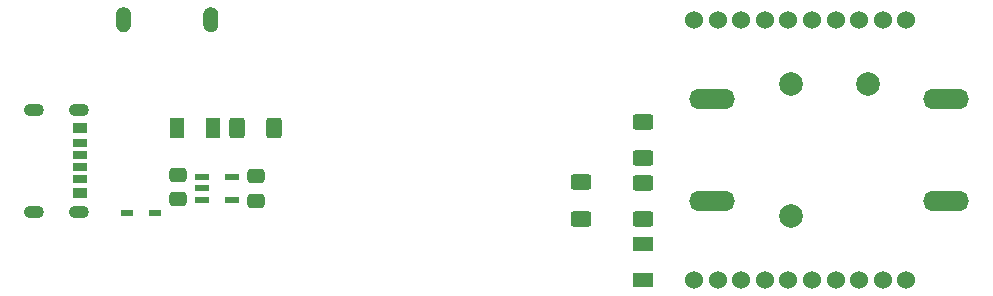
<source format=gbr>
%TF.GenerationSoftware,KiCad,Pcbnew,7.0.8*%
%TF.CreationDate,2024-02-15T14:48:36-07:00*%
%TF.ProjectId,GR-LRR-ESTOP-PCB,47522d4c-5252-42d4-9553-544f502d5043,rev?*%
%TF.SameCoordinates,Original*%
%TF.FileFunction,Soldermask,Top*%
%TF.FilePolarity,Negative*%
%FSLAX46Y46*%
G04 Gerber Fmt 4.6, Leading zero omitted, Abs format (unit mm)*
G04 Created by KiCad (PCBNEW 7.0.8) date 2024-02-15 14:48:36*
%MOMM*%
%LPD*%
G01*
G04 APERTURE LIST*
G04 Aperture macros list*
%AMRoundRect*
0 Rectangle with rounded corners*
0 $1 Rounding radius*
0 $2 $3 $4 $5 $6 $7 $8 $9 X,Y pos of 4 corners*
0 Add a 4 corners polygon primitive as box body*
4,1,4,$2,$3,$4,$5,$6,$7,$8,$9,$2,$3,0*
0 Add four circle primitives for the rounded corners*
1,1,$1+$1,$2,$3*
1,1,$1+$1,$4,$5*
1,1,$1+$1,$6,$7*
1,1,$1+$1,$8,$9*
0 Add four rect primitives between the rounded corners*
20,1,$1+$1,$2,$3,$4,$5,0*
20,1,$1+$1,$4,$5,$6,$7,0*
20,1,$1+$1,$6,$7,$8,$9,0*
20,1,$1+$1,$8,$9,$2,$3,0*%
G04 Aperture macros list end*
%ADD10C,0.010000*%
%ADD11R,1.200000X0.600000*%
%ADD12R,1.075000X0.500000*%
%ADD13RoundRect,0.250000X-0.625000X0.400000X-0.625000X-0.400000X0.625000X-0.400000X0.625000X0.400000X0*%
%ADD14R,1.150000X1.800000*%
%ADD15RoundRect,0.250000X0.625000X-0.400000X0.625000X0.400000X-0.625000X0.400000X-0.625000X-0.400000X0*%
%ADD16O,1.600000X1.000000*%
%ADD17O,1.701800X1.092200*%
%ADD18R,1.193800X0.711200*%
%ADD19R,1.193800X0.762000*%
%ADD20R,1.193800X0.812800*%
%ADD21RoundRect,0.250000X-0.475000X0.337500X-0.475000X-0.337500X0.475000X-0.337500X0.475000X0.337500X0*%
%ADD22R,1.800000X1.150000*%
%ADD23RoundRect,0.250000X-0.400000X-0.625000X0.400000X-0.625000X0.400000X0.625000X-0.400000X0.625000X0*%
%ADD24RoundRect,0.250000X0.475000X-0.337500X0.475000X0.337500X-0.475000X0.337500X-0.475000X-0.337500X0*%
%ADD25O,3.900000X1.700000*%
%ADD26C,2.000000*%
%ADD27C,1.524000*%
G04 APERTURE END LIST*
%TO.C,J2*%
D10*
X60542200Y-57170300D02*
X60574200Y-57172300D01*
X60605200Y-57176300D01*
X60636200Y-57182300D01*
X60666200Y-57189300D01*
X60696200Y-57198300D01*
X60726200Y-57209300D01*
X60755200Y-57221300D01*
X60783200Y-57234300D01*
X60811200Y-57249300D01*
X60838200Y-57266300D01*
X60864200Y-57284300D01*
X60889200Y-57303300D01*
X60912200Y-57323300D01*
X60935200Y-57345300D01*
X60957200Y-57368300D01*
X60977200Y-57391300D01*
X60996200Y-57416300D01*
X61014200Y-57442300D01*
X61031200Y-57469300D01*
X61046200Y-57497300D01*
X61059200Y-57525300D01*
X61071200Y-57554300D01*
X61082200Y-57584300D01*
X61091200Y-57614300D01*
X61098200Y-57644300D01*
X61104200Y-57675300D01*
X61108200Y-57706300D01*
X61110200Y-57738300D01*
X61111200Y-57769300D01*
X61111200Y-58569300D01*
X61110200Y-58600300D01*
X61108200Y-58632300D01*
X61104200Y-58663300D01*
X61098200Y-58694300D01*
X61091200Y-58724300D01*
X61082200Y-58754300D01*
X61071200Y-58784300D01*
X61059200Y-58813300D01*
X61046200Y-58841300D01*
X61031200Y-58869300D01*
X61014200Y-58896300D01*
X60996200Y-58922300D01*
X60977200Y-58947300D01*
X60957200Y-58970300D01*
X60935200Y-58993300D01*
X60912200Y-59015300D01*
X60889200Y-59035300D01*
X60864200Y-59054300D01*
X60838200Y-59072300D01*
X60811200Y-59089300D01*
X60783200Y-59104300D01*
X60755200Y-59117300D01*
X60726200Y-59129300D01*
X60696200Y-59140300D01*
X60666200Y-59149300D01*
X60636200Y-59156300D01*
X60605200Y-59162300D01*
X60574200Y-59166300D01*
X60542200Y-59168300D01*
X60511200Y-59169300D01*
X60480200Y-59168300D01*
X60448200Y-59166300D01*
X60417200Y-59162300D01*
X60386200Y-59156300D01*
X60356200Y-59149300D01*
X60326200Y-59140300D01*
X60296200Y-59129300D01*
X60267200Y-59117300D01*
X60239200Y-59104300D01*
X60211200Y-59089300D01*
X60184200Y-59072300D01*
X60158200Y-59054300D01*
X60133200Y-59035300D01*
X60110200Y-59015300D01*
X60087200Y-58993300D01*
X60065200Y-58970300D01*
X60045200Y-58947300D01*
X60026200Y-58922300D01*
X60008200Y-58896300D01*
X59991200Y-58869300D01*
X59976200Y-58841300D01*
X59963200Y-58813300D01*
X59951200Y-58784300D01*
X59940200Y-58754300D01*
X59931200Y-58724300D01*
X59924200Y-58694300D01*
X59918200Y-58663300D01*
X59914200Y-58632300D01*
X59912200Y-58600300D01*
X59911200Y-58569300D01*
X59911200Y-57769300D01*
X59912200Y-57738300D01*
X59914200Y-57706300D01*
X59918200Y-57675300D01*
X59924200Y-57644300D01*
X59931200Y-57614300D01*
X59940200Y-57584300D01*
X59951200Y-57554300D01*
X59963200Y-57525300D01*
X59976200Y-57497300D01*
X59991200Y-57469300D01*
X60008200Y-57442300D01*
X60026200Y-57416300D01*
X60045200Y-57391300D01*
X60065200Y-57368300D01*
X60087200Y-57345300D01*
X60110200Y-57323300D01*
X60133200Y-57303300D01*
X60158200Y-57284300D01*
X60184200Y-57266300D01*
X60211200Y-57249300D01*
X60239200Y-57234300D01*
X60267200Y-57221300D01*
X60296200Y-57209300D01*
X60326200Y-57198300D01*
X60356200Y-57189300D01*
X60386200Y-57182300D01*
X60417200Y-57176300D01*
X60448200Y-57172300D01*
X60480200Y-57170300D01*
X60511200Y-57169300D01*
X60542200Y-57170300D01*
G36*
X60542200Y-57170300D02*
G01*
X60574200Y-57172300D01*
X60605200Y-57176300D01*
X60636200Y-57182300D01*
X60666200Y-57189300D01*
X60696200Y-57198300D01*
X60726200Y-57209300D01*
X60755200Y-57221300D01*
X60783200Y-57234300D01*
X60811200Y-57249300D01*
X60838200Y-57266300D01*
X60864200Y-57284300D01*
X60889200Y-57303300D01*
X60912200Y-57323300D01*
X60935200Y-57345300D01*
X60957200Y-57368300D01*
X60977200Y-57391300D01*
X60996200Y-57416300D01*
X61014200Y-57442300D01*
X61031200Y-57469300D01*
X61046200Y-57497300D01*
X61059200Y-57525300D01*
X61071200Y-57554300D01*
X61082200Y-57584300D01*
X61091200Y-57614300D01*
X61098200Y-57644300D01*
X61104200Y-57675300D01*
X61108200Y-57706300D01*
X61110200Y-57738300D01*
X61111200Y-57769300D01*
X61111200Y-58569300D01*
X61110200Y-58600300D01*
X61108200Y-58632300D01*
X61104200Y-58663300D01*
X61098200Y-58694300D01*
X61091200Y-58724300D01*
X61082200Y-58754300D01*
X61071200Y-58784300D01*
X61059200Y-58813300D01*
X61046200Y-58841300D01*
X61031200Y-58869300D01*
X61014200Y-58896300D01*
X60996200Y-58922300D01*
X60977200Y-58947300D01*
X60957200Y-58970300D01*
X60935200Y-58993300D01*
X60912200Y-59015300D01*
X60889200Y-59035300D01*
X60864200Y-59054300D01*
X60838200Y-59072300D01*
X60811200Y-59089300D01*
X60783200Y-59104300D01*
X60755200Y-59117300D01*
X60726200Y-59129300D01*
X60696200Y-59140300D01*
X60666200Y-59149300D01*
X60636200Y-59156300D01*
X60605200Y-59162300D01*
X60574200Y-59166300D01*
X60542200Y-59168300D01*
X60511200Y-59169300D01*
X60480200Y-59168300D01*
X60448200Y-59166300D01*
X60417200Y-59162300D01*
X60386200Y-59156300D01*
X60356200Y-59149300D01*
X60326200Y-59140300D01*
X60296200Y-59129300D01*
X60267200Y-59117300D01*
X60239200Y-59104300D01*
X60211200Y-59089300D01*
X60184200Y-59072300D01*
X60158200Y-59054300D01*
X60133200Y-59035300D01*
X60110200Y-59015300D01*
X60087200Y-58993300D01*
X60065200Y-58970300D01*
X60045200Y-58947300D01*
X60026200Y-58922300D01*
X60008200Y-58896300D01*
X59991200Y-58869300D01*
X59976200Y-58841300D01*
X59963200Y-58813300D01*
X59951200Y-58784300D01*
X59940200Y-58754300D01*
X59931200Y-58724300D01*
X59924200Y-58694300D01*
X59918200Y-58663300D01*
X59914200Y-58632300D01*
X59912200Y-58600300D01*
X59911200Y-58569300D01*
X59911200Y-57769300D01*
X59912200Y-57738300D01*
X59914200Y-57706300D01*
X59918200Y-57675300D01*
X59924200Y-57644300D01*
X59931200Y-57614300D01*
X59940200Y-57584300D01*
X59951200Y-57554300D01*
X59963200Y-57525300D01*
X59976200Y-57497300D01*
X59991200Y-57469300D01*
X60008200Y-57442300D01*
X60026200Y-57416300D01*
X60045200Y-57391300D01*
X60065200Y-57368300D01*
X60087200Y-57345300D01*
X60110200Y-57323300D01*
X60133200Y-57303300D01*
X60158200Y-57284300D01*
X60184200Y-57266300D01*
X60211200Y-57249300D01*
X60239200Y-57234300D01*
X60267200Y-57221300D01*
X60296200Y-57209300D01*
X60326200Y-57198300D01*
X60356200Y-57189300D01*
X60386200Y-57182300D01*
X60417200Y-57176300D01*
X60448200Y-57172300D01*
X60480200Y-57170300D01*
X60511200Y-57169300D01*
X60542200Y-57170300D01*
G37*
X67942200Y-57170300D02*
X67974200Y-57172300D01*
X68005200Y-57176300D01*
X68036200Y-57182300D01*
X68066200Y-57189300D01*
X68096200Y-57198300D01*
X68126200Y-57209300D01*
X68155200Y-57221300D01*
X68183200Y-57234300D01*
X68211200Y-57249300D01*
X68238200Y-57266300D01*
X68264200Y-57284300D01*
X68289200Y-57303300D01*
X68312200Y-57323300D01*
X68335200Y-57345300D01*
X68357200Y-57368300D01*
X68377200Y-57391300D01*
X68396200Y-57416300D01*
X68414200Y-57442300D01*
X68431200Y-57469300D01*
X68446200Y-57497300D01*
X68459200Y-57525300D01*
X68471200Y-57554300D01*
X68482200Y-57584300D01*
X68491200Y-57614300D01*
X68498200Y-57644300D01*
X68504200Y-57675300D01*
X68508200Y-57706300D01*
X68510200Y-57738300D01*
X68511200Y-57769300D01*
X68511200Y-58569300D01*
X68510200Y-58600300D01*
X68508200Y-58632300D01*
X68504200Y-58663300D01*
X68498200Y-58694300D01*
X68491200Y-58724300D01*
X68482200Y-58754300D01*
X68471200Y-58784300D01*
X68459200Y-58813300D01*
X68446200Y-58841300D01*
X68431200Y-58869300D01*
X68414200Y-58896300D01*
X68396200Y-58922300D01*
X68377200Y-58947300D01*
X68357200Y-58970300D01*
X68335200Y-58993300D01*
X68312200Y-59015300D01*
X68289200Y-59035300D01*
X68264200Y-59054300D01*
X68238200Y-59072300D01*
X68211200Y-59089300D01*
X68183200Y-59104300D01*
X68155200Y-59117300D01*
X68126200Y-59129300D01*
X68096200Y-59140300D01*
X68066200Y-59149300D01*
X68036200Y-59156300D01*
X68005200Y-59162300D01*
X67974200Y-59166300D01*
X67942200Y-59168300D01*
X67911200Y-59169300D01*
X67880200Y-59168300D01*
X67848200Y-59166300D01*
X67817200Y-59162300D01*
X67786200Y-59156300D01*
X67756200Y-59149300D01*
X67726200Y-59140300D01*
X67696200Y-59129300D01*
X67667200Y-59117300D01*
X67639200Y-59104300D01*
X67611200Y-59089300D01*
X67584200Y-59072300D01*
X67558200Y-59054300D01*
X67533200Y-59035300D01*
X67510200Y-59015300D01*
X67487200Y-58993300D01*
X67465200Y-58970300D01*
X67445200Y-58947300D01*
X67426200Y-58922300D01*
X67408200Y-58896300D01*
X67391200Y-58869300D01*
X67376200Y-58841300D01*
X67363200Y-58813300D01*
X67351200Y-58784300D01*
X67340200Y-58754300D01*
X67331200Y-58724300D01*
X67324200Y-58694300D01*
X67318200Y-58663300D01*
X67314200Y-58632300D01*
X67312200Y-58600300D01*
X67311200Y-58569300D01*
X67311200Y-57769300D01*
X67312200Y-57738300D01*
X67314200Y-57706300D01*
X67318200Y-57675300D01*
X67324200Y-57644300D01*
X67331200Y-57614300D01*
X67340200Y-57584300D01*
X67351200Y-57554300D01*
X67363200Y-57525300D01*
X67376200Y-57497300D01*
X67391200Y-57469300D01*
X67408200Y-57442300D01*
X67426200Y-57416300D01*
X67445200Y-57391300D01*
X67465200Y-57368300D01*
X67487200Y-57345300D01*
X67510200Y-57323300D01*
X67533200Y-57303300D01*
X67558200Y-57284300D01*
X67584200Y-57266300D01*
X67611200Y-57249300D01*
X67639200Y-57234300D01*
X67667200Y-57221300D01*
X67696200Y-57209300D01*
X67726200Y-57198300D01*
X67756200Y-57189300D01*
X67786200Y-57182300D01*
X67817200Y-57176300D01*
X67848200Y-57172300D01*
X67880200Y-57170300D01*
X67911200Y-57169300D01*
X67942200Y-57170300D01*
G36*
X67942200Y-57170300D02*
G01*
X67974200Y-57172300D01*
X68005200Y-57176300D01*
X68036200Y-57182300D01*
X68066200Y-57189300D01*
X68096200Y-57198300D01*
X68126200Y-57209300D01*
X68155200Y-57221300D01*
X68183200Y-57234300D01*
X68211200Y-57249300D01*
X68238200Y-57266300D01*
X68264200Y-57284300D01*
X68289200Y-57303300D01*
X68312200Y-57323300D01*
X68335200Y-57345300D01*
X68357200Y-57368300D01*
X68377200Y-57391300D01*
X68396200Y-57416300D01*
X68414200Y-57442300D01*
X68431200Y-57469300D01*
X68446200Y-57497300D01*
X68459200Y-57525300D01*
X68471200Y-57554300D01*
X68482200Y-57584300D01*
X68491200Y-57614300D01*
X68498200Y-57644300D01*
X68504200Y-57675300D01*
X68508200Y-57706300D01*
X68510200Y-57738300D01*
X68511200Y-57769300D01*
X68511200Y-58569300D01*
X68510200Y-58600300D01*
X68508200Y-58632300D01*
X68504200Y-58663300D01*
X68498200Y-58694300D01*
X68491200Y-58724300D01*
X68482200Y-58754300D01*
X68471200Y-58784300D01*
X68459200Y-58813300D01*
X68446200Y-58841300D01*
X68431200Y-58869300D01*
X68414200Y-58896300D01*
X68396200Y-58922300D01*
X68377200Y-58947300D01*
X68357200Y-58970300D01*
X68335200Y-58993300D01*
X68312200Y-59015300D01*
X68289200Y-59035300D01*
X68264200Y-59054300D01*
X68238200Y-59072300D01*
X68211200Y-59089300D01*
X68183200Y-59104300D01*
X68155200Y-59117300D01*
X68126200Y-59129300D01*
X68096200Y-59140300D01*
X68066200Y-59149300D01*
X68036200Y-59156300D01*
X68005200Y-59162300D01*
X67974200Y-59166300D01*
X67942200Y-59168300D01*
X67911200Y-59169300D01*
X67880200Y-59168300D01*
X67848200Y-59166300D01*
X67817200Y-59162300D01*
X67786200Y-59156300D01*
X67756200Y-59149300D01*
X67726200Y-59140300D01*
X67696200Y-59129300D01*
X67667200Y-59117300D01*
X67639200Y-59104300D01*
X67611200Y-59089300D01*
X67584200Y-59072300D01*
X67558200Y-59054300D01*
X67533200Y-59035300D01*
X67510200Y-59015300D01*
X67487200Y-58993300D01*
X67465200Y-58970300D01*
X67445200Y-58947300D01*
X67426200Y-58922300D01*
X67408200Y-58896300D01*
X67391200Y-58869300D01*
X67376200Y-58841300D01*
X67363200Y-58813300D01*
X67351200Y-58784300D01*
X67340200Y-58754300D01*
X67331200Y-58724300D01*
X67324200Y-58694300D01*
X67318200Y-58663300D01*
X67314200Y-58632300D01*
X67312200Y-58600300D01*
X67311200Y-58569300D01*
X67311200Y-57769300D01*
X67312200Y-57738300D01*
X67314200Y-57706300D01*
X67318200Y-57675300D01*
X67324200Y-57644300D01*
X67331200Y-57614300D01*
X67340200Y-57584300D01*
X67351200Y-57554300D01*
X67363200Y-57525300D01*
X67376200Y-57497300D01*
X67391200Y-57469300D01*
X67408200Y-57442300D01*
X67426200Y-57416300D01*
X67445200Y-57391300D01*
X67465200Y-57368300D01*
X67487200Y-57345300D01*
X67510200Y-57323300D01*
X67533200Y-57303300D01*
X67558200Y-57284300D01*
X67584200Y-57266300D01*
X67611200Y-57249300D01*
X67639200Y-57234300D01*
X67667200Y-57221300D01*
X67696200Y-57209300D01*
X67726200Y-57198300D01*
X67756200Y-57189300D01*
X67786200Y-57182300D01*
X67817200Y-57176300D01*
X67848200Y-57172300D01*
X67880200Y-57170300D01*
X67911200Y-57169300D01*
X67942200Y-57170300D01*
G37*
%TD*%
D11*
%TO.C,IC1*%
X67228400Y-71541600D03*
X67228400Y-72491600D03*
X67228400Y-73441600D03*
X69728400Y-73441600D03*
X69728400Y-71541600D03*
%TD*%
D12*
%TO.C,D1*%
X60883800Y-74549000D03*
X63207800Y-74549000D03*
%TD*%
D13*
%TO.C,R1*%
X104521000Y-66851600D03*
X104521000Y-69951600D03*
%TD*%
D14*
%TO.C,LED1*%
X65098800Y-67386200D03*
X68098800Y-67386200D03*
%TD*%
D13*
%TO.C,R2*%
X99314000Y-71983000D03*
X99314000Y-75083000D03*
%TD*%
D15*
%TO.C,R4*%
X104521000Y-72008400D03*
X104521000Y-75108400D03*
%TD*%
D16*
%TO.C,J1*%
X56751601Y-65835048D03*
X52951601Y-65835051D03*
X52951601Y-74475049D03*
X56751601Y-74475052D03*
D17*
X56751601Y-65835048D03*
X56751601Y-74475052D03*
X52951601Y-65835051D03*
X52951601Y-74475049D03*
D18*
X56831601Y-69655051D03*
D19*
X56831601Y-71675050D03*
D20*
X56831601Y-72905050D03*
D18*
X56831601Y-70655049D03*
D19*
X56831601Y-68635050D03*
D20*
X56831601Y-67405050D03*
%TD*%
D21*
%TO.C,C2*%
X71780400Y-73529100D03*
X71780400Y-71454100D03*
%TD*%
D22*
%TO.C,LED2*%
X104521000Y-80240000D03*
X104521000Y-77240000D03*
%TD*%
D23*
%TO.C,R3*%
X73279600Y-67411600D03*
X70179600Y-67411600D03*
%TD*%
D24*
%TO.C,C1*%
X65176400Y-71327100D03*
X65176400Y-73402100D03*
%TD*%
D25*
%TO.C,SW1*%
X130218600Y-73598000D03*
X130218600Y-64898000D03*
X110418600Y-73598000D03*
X110418600Y-64898000D03*
D26*
X123568600Y-63648000D03*
X117068600Y-74848000D03*
X117068600Y-63648000D03*
%TD*%
D27*
%TO.C,U1*%
X126847600Y-80213200D03*
X124847600Y-80213200D03*
X122847600Y-80213200D03*
X120847600Y-80246200D03*
X118847600Y-80213200D03*
X116847600Y-80213200D03*
X114847600Y-80213200D03*
X112847600Y-80213200D03*
X110847600Y-80213200D03*
X108847600Y-80213200D03*
X108847600Y-58249800D03*
X110847600Y-58249800D03*
X112847600Y-58249800D03*
X114847600Y-58249800D03*
X116847600Y-58249800D03*
X118847600Y-58249800D03*
X120847600Y-58249800D03*
X122847600Y-58249800D03*
X124847600Y-58249800D03*
X126847600Y-58249800D03*
%TD*%
M02*

</source>
